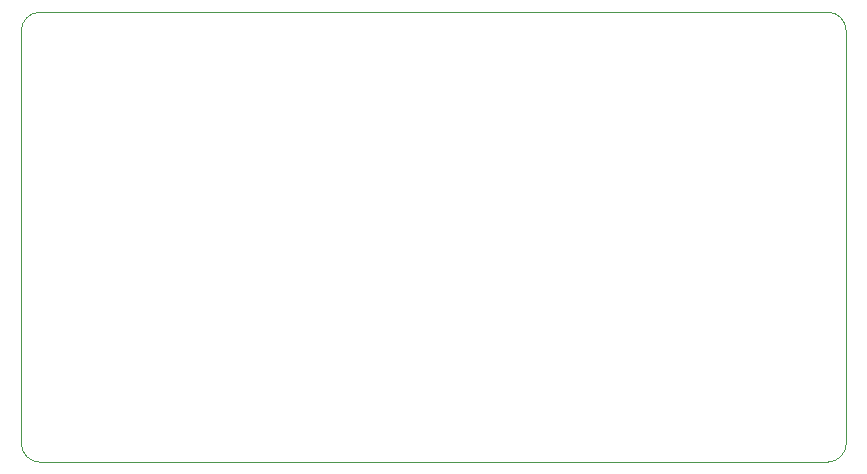
<source format=gm1>
%TF.GenerationSoftware,KiCad,Pcbnew,7.0.10*%
%TF.CreationDate,2024-01-02T16:32:01-06:00*%
%TF.ProjectId,Keyboard3x3,4b657962-6f61-4726-9433-78332e6b6963,rev?*%
%TF.SameCoordinates,Original*%
%TF.FileFunction,Profile,NP*%
%FSLAX46Y46*%
G04 Gerber Fmt 4.6, Leading zero omitted, Abs format (unit mm)*
G04 Created by KiCad (PCBNEW 7.0.10) date 2024-01-02 16:32:01*
%MOMM*%
%LPD*%
G01*
G04 APERTURE LIST*
%TA.AperFunction,Profile*%
%ADD10C,0.100000*%
%TD*%
G04 APERTURE END LIST*
D10*
X39127500Y-47700000D02*
G75*
G03*
X37540000Y-49287500I0J-1587500D01*
G01*
X37540000Y-84212500D02*
G75*
G03*
X39127500Y-85800000I1587500J0D01*
G01*
X105802500Y-85800000D02*
G75*
G03*
X107390000Y-84212500I0J1587500D01*
G01*
X107390000Y-49287500D02*
G75*
G03*
X105802500Y-47700000I-1587500J0D01*
G01*
X107390000Y-84212500D02*
X107390000Y-49287500D01*
X39127500Y-85800000D02*
X105802500Y-85800000D01*
X37540000Y-49287500D02*
X37540000Y-84212500D01*
X105802500Y-47700000D02*
X39127500Y-47700000D01*
M02*

</source>
